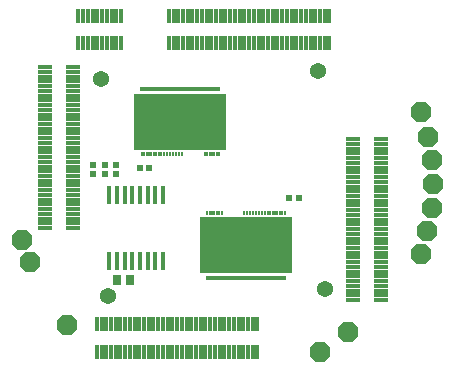
<source format=gbs>
G75*
%MOIN*%
%OFA0B0*%
%FSLAX24Y24*%
%IPPOS*%
%LPD*%
%AMOC8*
5,1,8,0,0,1.08239X$1,22.5*
%
%ADD10C,0.0540*%
%ADD11R,0.0210X0.0210*%
%ADD12OC8,0.0670*%
%ADD13R,0.3080X0.1880*%
%ADD14R,0.0060X0.0120*%
%ADD15R,0.0080X0.0120*%
%ADD16R,0.0177X0.0590*%
%ADD17R,0.0310X0.0340*%
%ADD18R,0.0489X0.0119*%
%ADD19R,0.0119X0.0489*%
D10*
X008640Y008400D03*
X008400Y015640D03*
X015640Y015880D03*
X015880Y008640D03*
D11*
X014995Y011660D03*
X014685Y011660D03*
X010015Y012660D03*
X009705Y012660D03*
X008900Y012775D03*
X008900Y012465D03*
X008520Y012465D03*
X008520Y012775D03*
X008140Y012775D03*
X008140Y012465D03*
D12*
X007280Y007440D03*
X006030Y009530D03*
X005760Y010250D03*
X015690Y006520D03*
X016650Y007200D03*
X019080Y009780D03*
X019280Y010560D03*
X019420Y011340D03*
X019460Y012140D03*
X019420Y012920D03*
X019300Y013700D03*
X019080Y014520D03*
D13*
X013240Y010080D03*
X011040Y014200D03*
D14*
X011060Y015280D03*
X011020Y015280D03*
X010980Y015280D03*
X010940Y015280D03*
X010900Y015280D03*
X010860Y015280D03*
X010820Y015280D03*
X010780Y015280D03*
X010740Y015280D03*
X010700Y015280D03*
X010660Y015280D03*
X010620Y015280D03*
X010580Y015280D03*
X010540Y015280D03*
X010500Y015280D03*
X010460Y015280D03*
X010420Y015280D03*
X010380Y015280D03*
X010340Y015280D03*
X010300Y015280D03*
X010260Y015280D03*
X010220Y015280D03*
X010180Y015280D03*
X010140Y015280D03*
X010100Y015280D03*
X010060Y015280D03*
X010020Y015280D03*
X009980Y015280D03*
X009940Y015280D03*
X009900Y015280D03*
X009860Y015280D03*
X009820Y015280D03*
X009780Y015280D03*
X009740Y015280D03*
X011100Y015280D03*
X011140Y015280D03*
X011180Y015280D03*
X011220Y015280D03*
X011260Y015280D03*
X011300Y015280D03*
X011340Y015280D03*
X011380Y015280D03*
X011420Y015280D03*
X011460Y015280D03*
X011500Y015280D03*
X011540Y015280D03*
X011580Y015280D03*
X011620Y015280D03*
X011660Y015280D03*
X011700Y015280D03*
X011740Y015280D03*
X011780Y015280D03*
X011820Y015280D03*
X011860Y015280D03*
X011900Y015280D03*
X011940Y015280D03*
X011980Y015280D03*
X012020Y015280D03*
X012060Y015280D03*
X012100Y015280D03*
X012140Y015280D03*
X012180Y015280D03*
X012220Y015280D03*
X012260Y015280D03*
X012300Y015280D03*
X012340Y015280D03*
X012340Y009000D03*
X012380Y009000D03*
X012420Y009000D03*
X012460Y009000D03*
X012500Y009000D03*
X012540Y009000D03*
X012580Y009000D03*
X012620Y009000D03*
X012660Y009000D03*
X012700Y009000D03*
X012740Y009000D03*
X012780Y009000D03*
X012820Y009000D03*
X012860Y009000D03*
X012900Y009000D03*
X012940Y009000D03*
X012980Y009000D03*
X013020Y009000D03*
X013060Y009000D03*
X013100Y009000D03*
X013140Y009000D03*
X013180Y009000D03*
X013220Y009000D03*
X013260Y009000D03*
X013300Y009000D03*
X013340Y009000D03*
X013380Y009000D03*
X013420Y009000D03*
X013460Y009000D03*
X013500Y009000D03*
X013540Y009000D03*
X013580Y009000D03*
X013620Y009000D03*
X013660Y009000D03*
X013700Y009000D03*
X013740Y009000D03*
X013780Y009000D03*
X013820Y009000D03*
X013860Y009000D03*
X013900Y009000D03*
X013940Y009000D03*
X013980Y009000D03*
X014020Y009000D03*
X014060Y009000D03*
X014100Y009000D03*
X014140Y009000D03*
X014180Y009000D03*
X014220Y009000D03*
X014260Y009000D03*
X014300Y009000D03*
X014340Y009000D03*
X014380Y009000D03*
X014420Y009000D03*
X014460Y009000D03*
X014500Y009000D03*
X014540Y009000D03*
X012300Y009000D03*
X012260Y009000D03*
X012220Y009000D03*
X012180Y009000D03*
X012140Y009000D03*
X012100Y009000D03*
X012060Y009000D03*
X012020Y009000D03*
X011980Y009000D03*
X011940Y009000D03*
D15*
X011940Y011160D03*
X012020Y011160D03*
X012100Y011160D03*
X012180Y011160D03*
X012260Y011160D03*
X012340Y011160D03*
X012420Y011160D03*
X013180Y011160D03*
X013280Y011160D03*
X013380Y011160D03*
X013480Y011160D03*
X013580Y011160D03*
X013680Y011160D03*
X013780Y011160D03*
X013880Y011160D03*
X013960Y011160D03*
X014040Y011160D03*
X014120Y011160D03*
X014200Y011160D03*
X014280Y011160D03*
X014360Y011160D03*
X014440Y011160D03*
X014520Y011160D03*
X012340Y013120D03*
X012260Y013120D03*
X012180Y013120D03*
X012100Y013120D03*
X012020Y013120D03*
X011940Y013120D03*
X011860Y013120D03*
X011100Y013120D03*
X011000Y013120D03*
X010900Y013120D03*
X010800Y013120D03*
X010700Y013120D03*
X010600Y013120D03*
X010500Y013120D03*
X010400Y013120D03*
X010320Y013120D03*
X010240Y013120D03*
X010160Y013120D03*
X010080Y013120D03*
X010000Y013120D03*
X009920Y013120D03*
X009840Y013120D03*
X009760Y013120D03*
D16*
X009707Y011772D03*
X009451Y011772D03*
X009195Y011772D03*
X008939Y011772D03*
X008684Y011772D03*
X009963Y011772D03*
X010219Y011772D03*
X010475Y011772D03*
X010475Y009552D03*
X010219Y009552D03*
X009963Y009552D03*
X009707Y009552D03*
X009451Y009552D03*
X009195Y009552D03*
X008939Y009552D03*
X008684Y009552D03*
D17*
X008950Y008920D03*
X009370Y008920D03*
D18*
X007461Y010663D03*
X007461Y010820D03*
X007461Y010978D03*
X007461Y011135D03*
X007461Y011293D03*
X007461Y011450D03*
X007461Y011608D03*
X007461Y011765D03*
X007461Y011923D03*
X007461Y012080D03*
X007461Y012238D03*
X007461Y012395D03*
X007461Y012553D03*
X007461Y012710D03*
X007461Y012868D03*
X007461Y013025D03*
X007461Y013183D03*
X007461Y013340D03*
X007461Y013497D03*
X007461Y013655D03*
X007461Y013812D03*
X007461Y013970D03*
X007461Y014127D03*
X007461Y014285D03*
X007461Y014442D03*
X007461Y014600D03*
X007461Y014757D03*
X007461Y014915D03*
X007461Y015072D03*
X007461Y015230D03*
X007461Y015387D03*
X007461Y015545D03*
X007461Y015702D03*
X007461Y015860D03*
X007461Y016017D03*
X006539Y016017D03*
X006539Y015860D03*
X006539Y015702D03*
X006539Y015545D03*
X006539Y015387D03*
X006539Y015230D03*
X006539Y015072D03*
X006539Y014915D03*
X006539Y014757D03*
X006539Y014600D03*
X006539Y014442D03*
X006539Y014285D03*
X006539Y014127D03*
X006539Y013970D03*
X006539Y013812D03*
X006539Y013655D03*
X006539Y013497D03*
X006539Y013340D03*
X006539Y013183D03*
X006539Y013025D03*
X006539Y012868D03*
X006539Y012710D03*
X006539Y012553D03*
X006539Y012395D03*
X006539Y012238D03*
X006539Y012080D03*
X006539Y011923D03*
X006539Y011765D03*
X006539Y011608D03*
X006539Y011450D03*
X006539Y011293D03*
X006539Y011135D03*
X006539Y010978D03*
X006539Y010820D03*
X006539Y010663D03*
X016819Y010625D03*
X016819Y010468D03*
X016819Y010310D03*
X016819Y010153D03*
X016819Y009995D03*
X016819Y009838D03*
X016819Y009680D03*
X016819Y009523D03*
X016819Y009365D03*
X016819Y009208D03*
X016819Y009050D03*
X016819Y008893D03*
X016819Y008735D03*
X016819Y008578D03*
X016819Y008420D03*
X016819Y008263D03*
X017741Y008263D03*
X017741Y008420D03*
X017741Y008578D03*
X017741Y008735D03*
X017741Y008893D03*
X017741Y009050D03*
X017741Y009208D03*
X017741Y009365D03*
X017741Y009523D03*
X017741Y009680D03*
X017741Y009838D03*
X017741Y009995D03*
X017741Y010153D03*
X017741Y010310D03*
X017741Y010468D03*
X017741Y010625D03*
X017741Y010783D03*
X017741Y010940D03*
X017741Y011097D03*
X017741Y011255D03*
X017741Y011412D03*
X017741Y011570D03*
X017741Y011727D03*
X017741Y011885D03*
X017741Y012042D03*
X017741Y012200D03*
X017741Y012357D03*
X017741Y012515D03*
X017741Y012672D03*
X017741Y012830D03*
X017741Y012987D03*
X017741Y013145D03*
X017741Y013302D03*
X017741Y013460D03*
X017741Y013617D03*
X016819Y013617D03*
X016819Y013460D03*
X016819Y013302D03*
X016819Y013145D03*
X016819Y012987D03*
X016819Y012830D03*
X016819Y012672D03*
X016819Y012515D03*
X016819Y012357D03*
X016819Y012200D03*
X016819Y012042D03*
X016819Y011885D03*
X016819Y011727D03*
X016819Y011570D03*
X016819Y011412D03*
X016819Y011255D03*
X016819Y011097D03*
X016819Y010940D03*
X016819Y010783D03*
D19*
X013617Y007461D03*
X013460Y007461D03*
X013302Y007461D03*
X013145Y007461D03*
X012987Y007461D03*
X012830Y007461D03*
X012672Y007461D03*
X012515Y007461D03*
X012357Y007461D03*
X012200Y007461D03*
X012042Y007461D03*
X011885Y007461D03*
X011727Y007461D03*
X011570Y007461D03*
X011412Y007461D03*
X011255Y007461D03*
X011097Y007461D03*
X010940Y007461D03*
X010783Y007461D03*
X010625Y007461D03*
X010468Y007461D03*
X010310Y007461D03*
X010153Y007461D03*
X009995Y007461D03*
X009838Y007461D03*
X009680Y007461D03*
X009523Y007461D03*
X009365Y007461D03*
X009208Y007461D03*
X009050Y007461D03*
X008893Y007461D03*
X008735Y007461D03*
X008578Y007461D03*
X008420Y007461D03*
X008263Y007461D03*
X008263Y006539D03*
X008420Y006539D03*
X008578Y006539D03*
X008735Y006539D03*
X008893Y006539D03*
X009050Y006539D03*
X009208Y006539D03*
X009365Y006539D03*
X009523Y006539D03*
X009680Y006539D03*
X009838Y006539D03*
X009995Y006539D03*
X010153Y006539D03*
X010310Y006539D03*
X010468Y006539D03*
X010625Y006539D03*
X010783Y006539D03*
X010940Y006539D03*
X011097Y006539D03*
X011255Y006539D03*
X011412Y006539D03*
X011570Y006539D03*
X011727Y006539D03*
X011885Y006539D03*
X012042Y006539D03*
X012200Y006539D03*
X012357Y006539D03*
X012515Y006539D03*
X012672Y006539D03*
X012830Y006539D03*
X012987Y006539D03*
X013145Y006539D03*
X013302Y006539D03*
X013460Y006539D03*
X013617Y006539D03*
X013655Y016819D03*
X013812Y016819D03*
X013970Y016819D03*
X014127Y016819D03*
X014285Y016819D03*
X014442Y016819D03*
X014600Y016819D03*
X014757Y016819D03*
X014915Y016819D03*
X015072Y016819D03*
X015230Y016819D03*
X015387Y016819D03*
X015545Y016819D03*
X015702Y016819D03*
X015860Y016819D03*
X016017Y016819D03*
X016017Y017741D03*
X015860Y017741D03*
X015702Y017741D03*
X015545Y017741D03*
X015387Y017741D03*
X015230Y017741D03*
X015072Y017741D03*
X014915Y017741D03*
X014757Y017741D03*
X014600Y017741D03*
X014442Y017741D03*
X014285Y017741D03*
X014127Y017741D03*
X013970Y017741D03*
X013812Y017741D03*
X013655Y017741D03*
X013497Y017741D03*
X013340Y017741D03*
X013183Y017741D03*
X013025Y017741D03*
X012868Y017741D03*
X012710Y017741D03*
X012553Y017741D03*
X012395Y017741D03*
X012238Y017741D03*
X012080Y017741D03*
X011923Y017741D03*
X011765Y017741D03*
X011608Y017741D03*
X011450Y017741D03*
X011293Y017741D03*
X011135Y017741D03*
X010978Y017741D03*
X010820Y017741D03*
X010663Y017741D03*
X010663Y016819D03*
X010820Y016819D03*
X010978Y016819D03*
X011135Y016819D03*
X011293Y016819D03*
X011450Y016819D03*
X011608Y016819D03*
X011765Y016819D03*
X011923Y016819D03*
X012080Y016819D03*
X012238Y016819D03*
X012395Y016819D03*
X012553Y016819D03*
X012710Y016819D03*
X012868Y016819D03*
X013025Y016819D03*
X013183Y016819D03*
X013340Y016819D03*
X013497Y016819D03*
X009069Y016819D03*
X008911Y016819D03*
X008754Y016819D03*
X008596Y016819D03*
X008439Y016819D03*
X008281Y016819D03*
X008124Y016819D03*
X007966Y016819D03*
X007809Y016819D03*
X007651Y016819D03*
X007651Y017741D03*
X007809Y017741D03*
X007966Y017741D03*
X008124Y017741D03*
X008281Y017741D03*
X008439Y017741D03*
X008596Y017741D03*
X008754Y017741D03*
X008911Y017741D03*
X009069Y017741D03*
M02*

</source>
